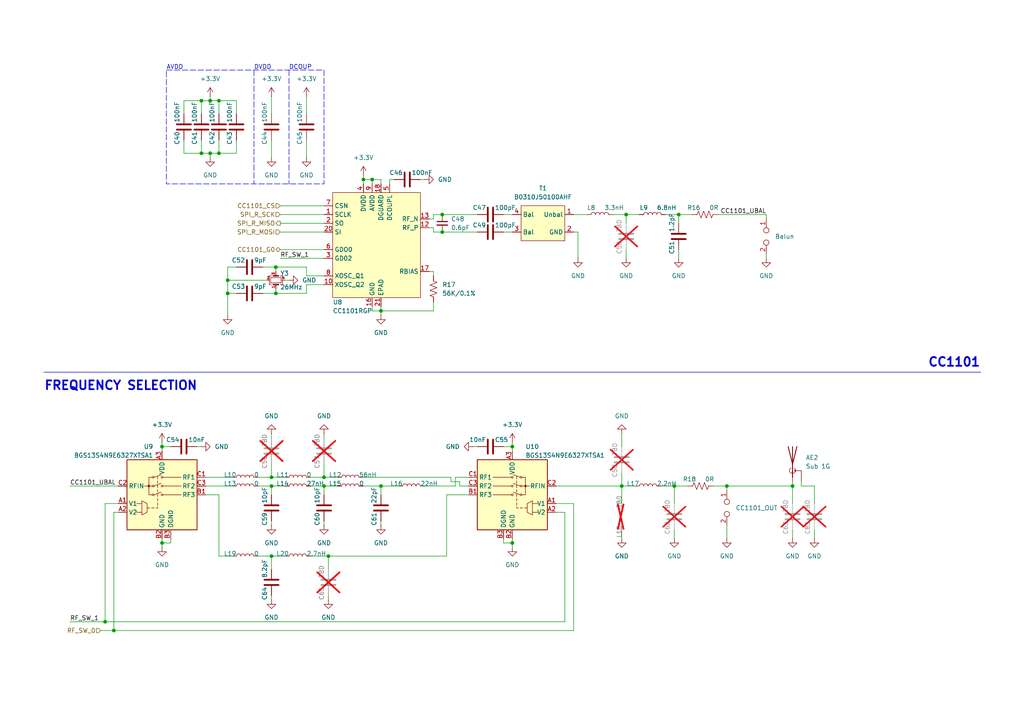
<source format=kicad_sch>
(kicad_sch (version 20231120) (generator "eeschema") (generator_version "8.0")
  (paper "A4")
  (lib_symbols
    (symbol "Connector:TestPoint_2Pole" (pin_names (offset 0.762) hide)
      (property "Reference" "TP" (at 0 1.524 0))
      (property "Value" "TestPoint_2Pole" (at 0 -1.778 0))
      (symbol "TestPoint_2Pole_0_1"
        (circle (center -1.778 0) (radius 0.762))
        (circle (center 1.778 0) (radius 0.762))
        (pin passive line (at -5.08 0 0) (length 2.54) (name "1") (number "1"))
        (pin passive line (at 5.08 0 180) (length 2.54) (name "2") (number "2"))
      )
    )
    (symbol "Device:Antenna_Shield" (pin_numbers hide) (pin_names (offset 1.016) hide)
      (property "Reference" "AE" (at -1.905 4.445 0))
      (property "Value" "Antenna_Shield" (at -1.905 2.54 0))
      (symbol "Antenna_Shield_0_1"
        (arc (start -0.508 -1.143) (mid -0.8429 -2.1194) (end 0 -2.667))
        (arc (start 0 -2.667) (mid 0.7989 -2.1052) (end 0.508 -1.143))
        (polyline (pts (xy 0 -2.54) (xy 0 0)))
        (polyline (pts (xy 0 5.08) (xy 0 -3.81)) (stroke (width 0.254)))
        (polyline (pts (xy 0.762 -1.905) (xy 2.54 -1.905)))
        (polyline (pts (xy 2.54 -2.54) (xy 2.54 -1.905)))
        (polyline (pts (xy 1.27 5.08) (xy 0 0) (xy -1.27 5.08)) (stroke (width 0.254)))
        (circle (center 0.762 -1.905) (radius 0.1778) (fill (type outline)))
      )
      (symbol "Antenna_Shield_1_1"
        (pin input line (at 0 -5.08 90) (length 2.54) (name "A") (number "1"))
        (pin input line (at 2.54 -5.08 90) (length 2.54) (name "Shield") (number "2"))
      )
    )
    (symbol "Device:C" (pin_numbers hide) (pin_names (offset 0.254))
      (property "Reference" "C" (at 0.635 2.54 0))
      (property "Value" "C" (at 0.635 -2.54 0))
      (symbol "C_0_1"
        (polyline (pts (xy -2.032 -0.762) (xy 2.032 -0.762)) (stroke (width 0.508)))
        (polyline (pts (xy -2.032 0.762) (xy 2.032 0.762)) (stroke (width 0.508)))
      )
      (symbol "C_1_1"
        (pin passive line (at 0 3.81 270) (length 2.794) (name "~") (number "1"))
        (pin passive line (at 0 -3.81 90) (length 2.794) (name "~") (number "2"))
      )
    )
    (symbol "Device:C_Small" (pin_numbers hide) (pin_names (offset 0.254) hide)
      (property "Reference" "C" (at 0.254 1.778 0))
      (property "Value" "C_Small" (at 0.254 -2.032 0))
      (symbol "C_Small_0_1"
        (polyline (pts (xy -1.524 -0.508) (xy 1.524 -0.508)) (stroke (width 0.3302)))
        (polyline (pts (xy -1.524 0.508) (xy 1.524 0.508)) (stroke (width 0.3048)))
      )
      (symbol "C_Small_1_1"
        (pin passive line (at 0 2.54 270) (length 2.032) (name "~") (number "1"))
        (pin passive line (at 0 -2.54 90) (length 2.032) (name "~") (number "2"))
      )
    )
    (symbol "Device:Crystal_GND24_Small" (pin_names (offset 1.016) hide)
      (property "Reference" "Y" (at 1.27 4.445 0))
      (property "Value" "Crystal_GND24_Small" (at 1.27 2.54 0))
      (symbol "Crystal_GND24_Small_0_1"
        (rectangle (start -0.762 -1.524) (end 0.762 1.524))
        (polyline (pts (xy -1.27 -0.762) (xy -1.27 0.762)) (stroke (width 0.381)))
        (polyline (pts (xy 1.27 -0.762) (xy 1.27 0.762)) (stroke (width 0.381)))
        (polyline (pts (xy -1.27 -1.27) (xy -1.27 -1.905) (xy 1.27 -1.905) (xy 1.27 -1.27)))
        (polyline (pts (xy -1.27 1.27) (xy -1.27 1.905) (xy 1.27 1.905) (xy 1.27 1.27)))
      )
      (symbol "Crystal_GND24_Small_1_1"
        (pin passive line (at -2.54 0 0) (length 1.27) (name "1") (number "1"))
        (pin passive line (at 0 -2.54 90) (length 0.635) (name "2") (number "2"))
        (pin passive line (at 2.54 0 180) (length 1.27) (name "3") (number "3"))
        (pin passive line (at 0 2.54 270) (length 0.635) (name "4") (number "4"))
      )
    )
    (symbol "Device:L" (pin_numbers hide) (pin_names (offset 1.016) hide)
      (property "Reference" "L" (at -1.27 0 90))
      (property "Value" "L" (at 1.905 0 90))
      (symbol "L_0_1"
        (arc (start 0 -2.54) (mid 0.6323 -1.905) (end 0 -1.27))
        (arc (start 0 -1.27) (mid 0.6323 -0.635) (end 0 0))
        (arc (start 0 0) (mid 0.6323 0.635) (end 0 1.27))
        (arc (start 0 1.27) (mid 0.6323 1.905) (end 0 2.54))
      )
      (symbol "L_1_1"
        (pin passive line (at 0 3.81 270) (length 1.27) (name "1") (number "1"))
        (pin passive line (at 0 -3.81 90) (length 1.27) (name "2") (number "2"))
      )
    )
    (symbol "Device:R_US" (pin_numbers hide) (pin_names (offset 0))
      (property "Reference" "R" (at 2.54 0 90))
      (property "Value" "R_US" (at -2.54 0 90))
      (symbol "R_US_0_1"
        (polyline (pts (xy 0 -2.286) (xy 0 -2.54)))
        (polyline (pts (xy 0 2.286) (xy 0 2.54)))
        (polyline (pts (xy 0 -0.762) (xy 1.016 -1.143) (xy 0 -1.524) (xy -1.016 -1.905) (xy 0 -2.286)))
        (polyline (pts (xy 0 0.762) (xy 1.016 0.381) (xy 0 0) (xy -1.016 -0.381) (xy 0 -0.762)))
        (polyline (pts (xy 0 2.286) (xy 1.016 1.905) (xy 0 1.524) (xy -1.016 1.143) (xy 0 0.762)))
      )
      (symbol "R_US_1_1"
        (pin passive line (at 0 3.81 270) (length 1.27) (name "~") (number "1"))
        (pin passive line (at 0 -3.81 90) (length 1.27) (name "~") (number "2"))
      )
    )
    (symbol "Library:B0310J50100AHF"
      (property "Reference" "T" (at 0 10.16 0))
      (property "Value" "B0310J50100AHF" (at 0 7.62 0))
      (symbol "B0310J50100AHF_1_1"
        (rectangle (start -6.35 5.08) (end 6.35 -5.08) (fill (type background)))
        (pin bidirectional line (at 8.89 2.54 180) (length 2.54) (name "Unbal") (number "1"))
        (pin bidirectional line (at 8.89 -2.54 180) (length 2.54) (name "GND") (number "2"))
        (pin bidirectional line (at -8.89 -2.54 0) (length 2.54) (name "Bal") (number "3"))
        (pin bidirectional line (at -8.89 2.54 0) (length 2.54) (name "Bal") (number "4"))
        (pin no_connect line (at 0 -7.62 90) (length 2.54) hide (name "NC") (number "5"))
        (pin no_connect line (at 0 -7.62 90) (length 2.54) hide (name "NC") (number "6"))
      )
    )
    (symbol "Library:BGS13S4N9E6327XTSA1"
      (property "Reference" "U" (at 12.7 15.24 0))
      (property "Value" "BGS13S4N9E6327XTSA1" (at 12.7 12.7 0))
      (symbol "BGS13S4N9E6327XTSA1_0_0"
        (rectangle (start -10.16 10.16) (end 10.16 -10.16) (stroke (width 0.254)) (fill (type background)))
        (circle (center -3.81 2.54) (radius 0.254) (fill (type outline)))
        (polyline (pts (xy -4.318 -3.81) (xy -3.556 -3.81)))
        (polyline (pts (xy -3.81 2.54) (xy -5.08 2.54)))
        (polyline (pts (xy -3.048 -3.81) (xy -2.286 -3.81)))
        (polyline (pts (xy -1.27 -3.048) (xy -1.27 -2.286)))
        (polyline (pts (xy -1.27 -1.778) (xy -1.27 -1.016)))
        (polyline (pts (xy -1.27 -0.508) (xy -1.27 0.254)))
        (polyline (pts (xy -1.27 1.524) (xy -1.27 0.762)))
        (polyline (pts (xy -1.27 2.794) (xy -1.27 2.032)))
        (polyline (pts (xy -1.27 4.064) (xy -1.27 3.302)))
        (polyline (pts (xy -1.27 5.334) (xy -1.27 4.572)))
        (polyline (pts (xy 0.254 0) (xy 5.588 0)))
        (polyline (pts (xy 0.254 2.54) (xy 5.588 2.54)))
        (polyline (pts (xy 0.254 5.08) (xy 5.588 5.08)))
        (polyline (pts (xy -2.794 0) (xy -3.81 0) (xy -3.81 5.08) (xy -2.794 5.08)))
      )
      (symbol "BGS13S4N9E6327XTSA1_0_1"
        (circle (center -2.54 0) (radius 0.254))
        (circle (center -2.54 2.54) (radius 0.254))
        (circle (center -2.54 5.08) (radius 0.254))
        (polyline (pts (xy -7.366 -5.08) (xy -5.842 -5.08)))
        (polyline (pts (xy -7.366 -2.54) (xy -5.842 -2.54)))
        (polyline (pts (xy -2.794 2.54) (xy -3.81 2.54)))
        (polyline (pts (xy -2.286 0) (xy -0.254 0.762)))
        (polyline (pts (xy -2.286 2.54) (xy -0.254 3.302)))
        (polyline (pts (xy -2.286 5.08) (xy -0.254 5.842)))
        (polyline (pts (xy -1.778 -3.81) (xy -1.27 -3.81)))
        (polyline (pts (xy -1.27 -3.81) (xy -1.27 -3.556)))
        (polyline (pts (xy -5.842 -1.778) (xy -5.842 -5.842) (xy -4.318 -5.08) (xy -4.318 -2.54) (xy -5.842 -1.778)))
        (circle (center 0 0) (radius 0.254))
        (circle (center 0 2.54) (radius 0.254))
        (circle (center 0 5.08) (radius 0.254))
      )
      (symbol "BGS13S4N9E6327XTSA1_1_1"
        (pin input line (at -12.7 -2.54 0) (length 2.54) (name "V1") (number "A1"))
        (pin input line (at -12.7 -5.08 0) (length 2.54) (name "V2") (number "A2"))
        (pin power_in line (at 0 12.7 270) (length 2.54) (name "VDD") (number "A3"))
        (pin passive line (at 12.7 0 180) (length 2.54) (name "RF3") (number "B1"))
        (pin power_in line (at 0 -12.7 90) (length 2.54) (name "GND") (number "B2"))
        (pin power_in line (at 2.54 -12.7 90) (length 2.54) (name "DGND") (number "B3"))
        (pin passive line (at 12.7 5.08 180) (length 2.54) (name "RF1") (number "C1"))
        (pin passive line (at -12.7 2.54 0) (length 2.54) (name "RFIN") (number "C2"))
        (pin passive line (at 12.7 2.54 180) (length 2.54) (name "RF2") (number "C3"))
      )
    )
    (symbol "Library:CC1101RGP"
      (property "Reference" "U" (at 11.43 19.05 0))
      (property "Value" "CC1101RGP" (at 11.43 16.51 0))
      (symbol "CC1101RGP_1_1"
        (rectangle (start -12.7 15.24) (end 12.7 -15.24) (fill (type background)))
        (pin input line (at -15.24 8.89 0) (length 2.54) (name "SCLK") (number "1"))
        (pin bidirectional line (at -15.24 -11.43 0) (length 2.54) (name "XOSC_Q2") (number "10"))
        (pin bidirectional line (at -1.27 17.78 270) (length 2.54) hide (name "AVDD") (number "11"))
        (pin bidirectional line (at 15.24 5.08 180) (length 2.54) (name "RF_P") (number "12"))
        (pin bidirectional line (at 15.24 7.62 180) (length 2.54) (name "RF_N") (number "13"))
        (pin bidirectional line (at -1.27 17.78 270) (length 2.54) hide (name "AVDD") (number "14"))
        (pin bidirectional line (at -1.27 17.78 270) (length 2.54) hide (name "AVDD") (number "15"))
        (pin bidirectional line (at -1.27 -17.78 90) (length 2.54) (name "GND") (number "16"))
        (pin bidirectional line (at 15.24 -7.62 180) (length 2.54) (name "RBIAS") (number "17"))
        (pin bidirectional line (at 1.27 17.78 270) (length 2.54) (name "DGUARD") (number "18"))
        (pin bidirectional line (at -1.27 -17.78 90) (length 2.54) hide (name "GND") (number "19"))
        (pin output line (at -15.24 6.35 0) (length 2.54) (name "SO") (number "2"))
        (pin bidirectional line (at -15.24 3.81 0) (length 2.54) (name "SI") (number "20"))
        (pin bidirectional line (at 1.27 -17.78 90) (length 2.54) (name "EPAD") (number "21"))
        (pin bidirectional line (at -15.24 -3.81 0) (length 2.54) (name "GD02") (number "3"))
        (pin bidirectional line (at -3.81 17.78 270) (length 2.54) (name "DVDD") (number "4"))
        (pin bidirectional line (at 3.81 17.78 270) (length 2.54) (name "DCOUPL") (number "5"))
        (pin bidirectional line (at -15.24 -1.27 0) (length 2.54) (name "GDO0") (number "6"))
        (pin bidirectional line (at -15.24 11.43 0) (length 2.54) (name "CSN") (number "7"))
        (pin bidirectional line (at -15.24 -8.89 0) (length 2.54) (name "XOSC_Q1") (number "8"))
        (pin bidirectional line (at -1.27 17.78 270) (length 2.54) (name "AVDD") (number "9"))
      )
    )
    (symbol "power:+3.3V" (power) (pin_numbers hide) (pin_names (offset 0) hide)
      (property "Value" "+3.3V" (at 0 3.556 0))
      (symbol "+3.3V_0_1"
        (polyline (pts (xy -0.762 1.27) (xy 0 2.54)))
        (polyline (pts (xy 0 0) (xy 0 2.54)))
        (polyline (pts (xy 0 2.54) (xy 0.762 1.27)))
      )
      (symbol "+3.3V_1_1"
        (pin power_in line (at 0 0 90) (length 0) (name "~") (number "1"))
      )
    )
    (symbol "power:GND" (power) (pin_numbers hide) (pin_names (offset 0) hide)
      (property "Value" "GND" (at 0 -3.81 0))
      (symbol "GND_0_1"
        (polyline (pts (xy 0 0) (xy 0 -1.27) (xy 1.27 -1.27) (xy 0 -2.54) (xy -1.27 -1.27) (xy 0 -1.27)))
      )
      (symbol "GND_1_1"
        (pin power_in line (at 0 0 270) (length 0) (name "~") (number "1"))
      )
    )
  )
  (junction (at 78.74 138.43))
  (junction (at 66.04 85.09))
  (junction (at 195.58 140.97))
  (junction (at 46.99 129.54))
  (junction (at 58.42 44.45))
  (junction (at 229.87 140.97))
  (junction (at 181.61 62.23))
  (junction (at 78.74 140.97))
  (junction (at 78.74 161.29))
  (junction (at 180.34 140.97))
  (junction (at 30.48 180.34))
  (junction (at 60.96 44.45))
  (junction (at 93.98 140.97))
  (junction (at 95.25 161.29))
  (junction (at 148.59 157.48))
  (junction (at 66.04 81.28))
  (junction (at 63.5 44.45))
  (junction (at 33.02 182.88))
  (junction (at 93.98 138.43))
  (junction (at 110.49 90.17))
  (junction (at 148.59 129.54))
  (junction (at 58.42 29.21))
  (junction (at 107.95 52.07))
  (junction (at 128.27 67.31))
  (junction (at 60.96 29.21))
  (junction (at 210.82 140.97))
  (junction (at 110.49 140.97))
  (junction (at 46.99 157.48))
  (junction (at 80.01 85.09))
  (junction (at 196.85 62.23))
  (junction (at 128.27 62.23))
  (junction (at 80.01 77.47))
  (junction (at 63.5 29.21))
  (junction (at 105.41 52.07))
  (wire (pts (xy 180.34 140.97) (xy 184.15 140.97)))
  (wire (pts (xy 93.98 134.62) (xy 93.98 138.43)))
  (wire (pts (xy 30.48 146.05) (xy 30.48 180.34)))
  (wire (pts (xy 148.59 156.21) (xy 148.59 157.48)))
  (wire (pts (xy 80.01 85.09) (xy 80.01 83.82)))
  (wire (pts (xy 107.95 90.17) (xy 110.49 90.17)))
  (wire (pts (xy 81.28 59.69) (xy 93.98 59.69)))
  (wire (pts (xy 125.73 87.63) (xy 125.73 90.17)))
  (wire (pts (xy 95.25 161.29) (xy 95.25 165.1)))
  (wire (pts (xy 93.98 138.43) (xy 97.79 138.43)))
  (wire (pts (xy 88.9 27.94) (xy 88.9 33.02)))
  (wire (pts (xy 81.28 74.93) (xy 93.98 74.93)))
  (wire (pts (xy 81.28 72.39) (xy 93.98 72.39)))
  (wire (pts (xy 105.41 50.8) (xy 105.41 52.07)))
  (wire (pts (xy 33.02 148.59) (xy 34.29 148.59)))
  (wire (pts (xy 107.95 52.07) (xy 105.41 52.07)))
  (wire (pts (xy 80.01 85.09) (xy 88.9 85.09)))
  (wire (pts (xy 128.27 62.23) (xy 138.43 62.23)))
  (wire (pts (xy 33.02 148.59) (xy 33.02 182.88)))
  (wire (pts (xy 163.83 180.34) (xy 30.48 180.34)))
  (wire (pts (xy 34.29 146.05) (xy 30.48 146.05)))
  (wire (pts (xy 78.74 140.97) (xy 82.55 140.97)))
  (wire (pts (xy 146.05 67.31) (xy 148.59 67.31)))
  (wire (pts (xy 148.59 128.27) (xy 148.59 129.54)))
  (wire (pts (xy 53.34 40.64) (xy 53.34 44.45)))
  (wire (pts (xy 208.28 62.23) (xy 222.25 62.23)))
  (wire (pts (xy 210.82 152.4) (xy 210.82 156.21)))
  (wire (pts (xy 78.74 40.64) (xy 78.74 45.72)))
  (wire (pts (xy 63.5 33.02) (xy 63.5 29.21)))
  (wire (pts (xy 110.49 52.07) (xy 110.49 53.34)))
  (wire (pts (xy 88.9 82.55) (xy 93.98 82.55)))
  (wire (pts (xy 81.28 67.31) (xy 93.98 67.31)))
  (wire (pts (xy 93.98 140.97) (xy 93.98 143.51)))
  (wire (pts (xy 166.37 67.31) (xy 167.64 67.31)))
  (wire (pts (xy 148.59 129.54) (xy 148.59 130.81)))
  (wire (pts (xy 133.35 139.7) (xy 133.35 140.97)))
  (wire (pts (xy 46.99 128.27) (xy 46.99 129.54)))
  (wire (pts (xy 59.69 138.43) (xy 67.31 138.43)))
  (wire (pts (xy 128.27 67.31) (xy 138.43 67.31)))
  (wire (pts (xy 105.41 52.07) (xy 105.41 53.34)))
  (wire (pts (xy 76.2 77.47) (xy 80.01 77.47)))
  (wire (pts (xy 46.99 129.54) (xy 46.99 130.81)))
  (wire (pts (xy 125.73 62.23) (xy 128.27 62.23)))
  (wire (pts (xy 132.08 138.43) (xy 135.89 138.43)))
  (wire (pts (xy 177.8 62.23) (xy 181.61 62.23)))
  (wire (pts (xy 196.85 62.23) (xy 196.85 64.77)))
  (wire (pts (xy 110.49 151.13) (xy 110.49 152.4)))
  (wire (pts (xy 77.47 81.28) (xy 66.04 81.28)))
  (wire (pts (xy 49.53 156.21) (xy 49.53 157.48)))
  (wire (pts (xy 49.53 157.48) (xy 46.99 157.48)))
  (wire (pts (xy 46.99 129.54) (xy 49.53 129.54)))
  (wire (pts (xy 181.61 62.23) (xy 185.42 62.23)))
  (wire (pts (xy 78.74 134.62) (xy 78.74 138.43)))
  (wire (pts (xy 58.42 29.21) (xy 58.42 33.02)))
  (wire (pts (xy 80.01 77.47) (xy 80.01 78.74)))
  (wire (pts (xy 138.43 129.54) (xy 137.16 129.54)))
  (wire (pts (xy 93.98 151.13) (xy 93.98 152.4)))
  (wire (pts (xy 110.49 90.17) (xy 110.49 88.9)))
  (wire (pts (xy 88.9 40.64) (xy 88.9 45.72)))
  (wire (pts (xy 161.29 148.59) (xy 163.83 148.59)))
  (wire (pts (xy 60.96 27.94) (xy 60.96 29.21)))
  (wire (pts (xy 180.34 125.73) (xy 180.34 129.54)))
  (wire (pts (xy 59.69 140.97) (xy 67.31 140.97)))
  (wire (pts (xy 58.42 44.45) (xy 58.42 40.64)))
  (wire (pts (xy 146.05 157.48) (xy 148.59 157.48)))
  (wire (pts (xy 130.81 139.7) (xy 130.81 138.43)))
  (wire (pts (xy 82.55 81.28) (xy 83.82 81.28)))
  (wire (pts (xy 90.17 140.97) (xy 93.98 140.97)))
  (wire (pts (xy 110.49 90.17) (xy 110.49 91.44)))
  (wire (pts (xy 232.41 140.97) (xy 236.22 140.97)))
  (wire (pts (xy 146.05 156.21) (xy 146.05 157.48)))
  (wire (pts (xy 63.5 161.29) (xy 67.31 161.29)))
  (wire (pts (xy 107.95 88.9) (xy 107.95 90.17)))
  (polyline (pts (xy 83.82 20.32) (xy 83.82 53.34)) (stroke (width 0) (type dash)))
  (wire (pts (xy 90.17 161.29) (xy 95.25 161.29)))
  (wire (pts (xy 222.25 74.93) (xy 222.25 73.66)))
  (wire (pts (xy 229.87 153.67) (xy 229.87 156.21)))
  (wire (pts (xy 146.05 62.23) (xy 148.59 62.23)))
  (wire (pts (xy 63.5 44.45) (xy 60.96 44.45)))
  (wire (pts (xy 63.5 44.45) (xy 68.58 44.45)))
  (wire (pts (xy 130.81 138.43) (xy 105.41 138.43)))
  (wire (pts (xy 78.74 161.29) (xy 78.74 165.1)))
  (wire (pts (xy 20.32 180.34) (xy 30.48 180.34)))
  (wire (pts (xy 123.19 140.97) (xy 132.08 140.97)))
  (wire (pts (xy 181.61 64.77) (xy 181.61 62.23)))
  (wire (pts (xy 229.87 146.05) (xy 229.87 140.97)))
  (wire (pts (xy 90.17 138.43) (xy 93.98 138.43)))
  (wire (pts (xy 60.96 29.21) (xy 58.42 29.21)))
  (wire (pts (xy 74.93 138.43) (xy 78.74 138.43)))
  (wire (pts (xy 125.73 63.5) (xy 124.46 63.5)))
  (wire (pts (xy 210.82 142.24) (xy 210.82 140.97)))
  (wire (pts (xy 124.46 78.74) (xy 125.73 78.74)))
  (wire (pts (xy 60.96 44.45) (xy 60.96 45.72)))
  (wire (pts (xy 129.54 161.29) (xy 129.54 143.51)))
  (wire (pts (xy 193.04 62.23) (xy 196.85 62.23)))
  (wire (pts (xy 74.93 161.29) (xy 78.74 161.29)))
  (wire (pts (xy 107.95 52.07) (xy 107.95 53.34)))
  (wire (pts (xy 95.25 161.29) (xy 129.54 161.29)))
  (wire (pts (xy 148.59 157.48) (xy 148.59 158.75)))
  (wire (pts (xy 133.35 140.97) (xy 135.89 140.97)))
  (wire (pts (xy 236.22 153.67) (xy 236.22 156.21)))
  (wire (pts (xy 46.99 157.48) (xy 46.99 158.75)))
  (wire (pts (xy 125.73 66.04) (xy 125.73 67.31)))
  (wire (pts (xy 59.69 143.51) (xy 63.5 143.51)))
  (wire (pts (xy 57.15 129.54) (xy 58.42 129.54)))
  (wire (pts (xy 78.74 172.72) (xy 78.74 173.99)))
  (wire (pts (xy 210.82 140.97) (xy 229.87 140.97)))
  (wire (pts (xy 93.98 140.97) (xy 97.79 140.97)))
  (wire (pts (xy 125.73 67.31) (xy 128.27 67.31)))
  (wire (pts (xy 63.5 29.21) (xy 68.58 29.21)))
  (wire (pts (xy 105.41 140.97) (xy 110.49 140.97)))
  (wire (pts (xy 66.04 77.47) (xy 66.04 81.28)))
  (wire (pts (xy 114.3 52.07) (xy 113.03 52.07)))
  (wire (pts (xy 66.04 91.44) (xy 66.04 85.09)))
  (wire (pts (xy 88.9 80.01) (xy 93.98 80.01)))
  (wire (pts (xy 33.02 182.88) (xy 166.37 182.88)))
  (wire (pts (xy 78.74 125.73) (xy 78.74 127)))
  (wire (pts (xy 129.54 143.51) (xy 135.89 143.51)))
  (wire (pts (xy 78.74 140.97) (xy 78.74 143.51)))
  (wire (pts (xy 125.73 78.74) (xy 125.73 80.01)))
  (wire (pts (xy 180.34 140.97) (xy 180.34 146.05)))
  (wire (pts (xy 81.28 64.77) (xy 93.98 64.77)))
  (wire (pts (xy 236.22 140.97) (xy 236.22 146.05)))
  (wire (pts (xy 110.49 140.97) (xy 110.49 143.51)))
  (wire (pts (xy 78.74 138.43) (xy 82.55 138.43)))
  (wire (pts (xy 195.58 153.67) (xy 195.58 156.21)))
  (wire (pts (xy 53.34 33.02) (xy 53.34 29.21)))
  (wire (pts (xy 166.37 146.05) (xy 166.37 182.88)))
  (polyline (pts (xy 12.7 107.95) (xy 284.48 107.95)))
  (wire (pts (xy 68.58 33.02) (xy 68.58 29.21)))
  (wire (pts (xy 58.42 44.45) (xy 53.34 44.45)))
  (wire (pts (xy 66.04 81.28) (xy 66.04 85.09)))
  (wire (pts (xy 232.41 139.7) (xy 232.41 140.97)))
  (wire (pts (xy 166.37 62.23) (xy 170.18 62.23)))
  (wire (pts (xy 78.74 151.13) (xy 78.74 152.4)))
  (wire (pts (xy 29.21 182.88) (xy 33.02 182.88)))
  (wire (pts (xy 110.49 140.97) (xy 115.57 140.97)))
  (wire (pts (xy 78.74 27.94) (xy 78.74 33.02)))
  (wire (pts (xy 88.9 85.09) (xy 88.9 82.55)))
  (wire (pts (xy 63.5 40.64) (xy 63.5 44.45)))
  (wire (pts (xy 180.34 137.16) (xy 180.34 140.97)))
  (wire (pts (xy 81.28 62.23) (xy 93.98 62.23)))
  (wire (pts (xy 132.08 140.97) (xy 132.08 138.43)))
  (wire (pts (xy 181.61 72.39) (xy 181.61 74.93)))
  (wire (pts (xy 161.29 146.05) (xy 166.37 146.05)))
  (wire (pts (xy 93.98 125.73) (xy 93.98 127)))
  (polyline (pts (xy 73.66 20.32) (xy 73.66 53.34)) (stroke (width 0) (type dash)))
  (wire (pts (xy 207.01 140.97) (xy 210.82 140.97)))
  (wire (pts (xy 196.85 72.39) (xy 196.85 74.93)))
  (wire (pts (xy 63.5 143.51) (xy 63.5 161.29)))
  (wire (pts (xy 133.35 139.7) (xy 130.81 139.7)))
  (wire (pts (xy 121.92 52.07) (xy 123.19 52.07)))
  (wire (pts (xy 163.83 148.59) (xy 163.83 180.34)))
  (wire (pts (xy 76.2 85.09) (xy 80.01 85.09)))
  (wire (pts (xy 58.42 29.21) (xy 53.34 29.21)))
  (wire (pts (xy 113.03 52.07) (xy 113.03 53.34)))
  (wire (pts (xy 167.64 67.31) (xy 167.64 74.93)))
  (wire (pts (xy 125.73 90.17) (xy 110.49 90.17)))
  (wire (pts (xy 80.01 77.47) (xy 88.9 77.47)))
  (wire (pts (xy 74.93 140.97) (xy 78.74 140.97)))
  (wire (pts (xy 161.29 140.97) (xy 180.34 140.97)))
  (wire (pts (xy 68.58 77.47) (xy 66.04 77.47)))
  (wire (pts (xy 63.5 29.21) (xy 60.96 29.21)))
  (wire (pts (xy 195.58 140.97) (xy 199.39 140.97)))
  (wire (pts (xy 88.9 77.47) (xy 88.9 80.01)))
  (wire (pts (xy 191.77 140.97) (xy 195.58 140.97)))
  (wire (pts (xy 229.87 139.7) (xy 229.87 140.97)))
  (wire (pts (xy 196.85 62.23) (xy 200.66 62.23)))
  (wire (pts (xy 78.74 161.29) (xy 82.55 161.29)))
  (wire (pts (xy 66.04 85.09) (xy 68.58 85.09)))
  (wire (pts (xy 195.58 140.97) (xy 195.58 146.05)))
  (wire (pts (xy 148.59 129.54) (xy 146.05 129.54)))
  (wire (pts (xy 68.58 40.64) (xy 68.58 44.45)))
  (wire (pts (xy 60.96 44.45) (xy 58.42 44.45)))
  (wire (pts (xy 222.25 62.23) (xy 222.25 63.5)))
  (wire (pts (xy 46.99 156.21) (xy 46.99 157.48)))
  (wire (pts (xy 125.73 63.5) (xy 125.73 62.23)))
  (wire (pts (xy 180.34 153.67) (xy 180.34 156.21)))
  (wire (pts (xy 110.49 52.07) (xy 107.95 52.07)))
  (wire (pts (xy 20.32 140.97) (xy 34.29 140.97)))
  (wire (pts (xy 125.73 66.04) (xy 124.46 66.04)))
  (wire (pts (xy 95.25 172.72) (xy 95.25 173.99)))
  (rectangle (start 48.26 20.32) (end 93.98 53.34) (stroke (width 0) (type dash)))
  (text "FREQUENCY SELECTION" (exclude_from_sim yes) (at 12.7 110.49 0) (effects (font (size 2.54 2.54) (thickness 0.508) (bold yes)) (justify left top)))
  (text "AVDD" (at 48.26 20.32 0) (effects (font (size 1.27 1.27)) (justify left bottom)))
  (text "CC1101\n" (exclude_from_sim yes) (at 284.48 106.68 0) (effects (font (size 2.54 2.54) (thickness 0.508) (bold yes)) (justify right bottom)))
  (text "DCOUP" (at 83.82 20.32 0) (effects (font (size 1.27 1.27)) (justify left bottom)))
  (text "DVDD" (at 73.66 20.32 0) (effects (font (size 1.27 1.27)) (justify left bottom)))
  (label "RF_SW_1" (at 81.28 74.93 0))
  (label "CC1101_UBAL" (at 222.25 62.23 180))
  (label "RF_SW_1" (at 20.32 180.34 0))
  (label "CC1101_UBAL" (at 20.32 140.97 0))
  (hierarchical_label "SPI_R_SCK" (shape input) (at 81.28 62.23 180))
  (hierarchical_label "SPI_R_MOSI" (shape input) (at 81.28 67.31 180))
  (hierarchical_label "CC1101_CS" (shape input) (at 81.28 59.69 180))
  (hierarchical_label "SPI_R_MISO" (shape output) (at 81.28 64.77 180))
  (hierarchical_label "CC1101_G0" (shape bidirectional) (at 81.28 72.39 180))
  (hierarchical_label "RF_SW_0" (shape input) (at 29.21 182.88 180))
  (symbol (lib_id "power:GND") (at 236.22 156.21 0) (mirror y) (unit 1)
    (property "Reference" "#PWR014" (effects (hide yes)))
    (property "Value" "GND" (at 236.22 161.29 0))
    (property "Description" "Power symbol creates a global label with name \"GND\" , ground" (effects (hide yes)))
  )
  (symbol (lib_id "Device:C") (at 142.24 67.31 90) (unit 1)
    (property "Reference" "C49" (at 140.97 66.04 90) (effects (justify left top)))
    (property "Value" "100pF" (at 143.51 66.04 90) (effects (justify right top)))
    (property "Footprint" "Capacitor_SMD:C_0201_0603Metric" (effects (hide yes)))
    (property "Description" "Unpolarized capacitor" (effects (hide yes)))
  )
  (symbol (lib_id "Device:C") (at 53.34 36.83 180) (unit 1)
    (property "Reference" "C40" (at 52.07 38.1 90) (effects (justify left top)))
    (property "Value" "100nF" (at 52.07 35.56 90) (effects (justify right top)))
    (property "Footprint" "Capacitor_SMD:C_0402_1005Metric" (effects (hide yes)))
    (property "Description" "Unpolarized capacitor" (effects (hide yes)))
  )
  (symbol (lib_id "power:+3.3V") (at 78.74 27.94 0) (unit 1)
    (property "Reference" "#PWR070" (effects (hide yes)))
    (property "Value" "+3.3V" (at 78.74 22.86 0))
    (property "Description" "Power symbol creates a global label with name \"+3.3V\"" (effects (hide yes)))
  )
  (symbol (lib_id "Device:C") (at 68.58 36.83 180) (unit 1)
    (property "Reference" "C43" (at 67.31 38.1 90) (effects (justify left top)))
    (property "Value" "100nF" (at 67.31 35.56 90) (effects (justify right top)))
    (property "Footprint" "Capacitor_SMD:C_0402_1005Metric" (effects (hide yes)))
    (property "Description" "Unpolarized capacitor" (effects (hide yes)))
  )
  (symbol (lib_id "Library:CC1101RGP") (at 109.22 71.12 0) (unit 1)
    (property "Reference" "U8" (at 96.52 87.63 0) (effects (justify left)))
    (property "Value" "CC1101RGP" (at 96.52 90.17 0) (effects (justify left)))
    (property "Footprint" "Package_DFN_QFN:Texas_RGP0020H_VQFN-20-1EP_4x4mm_P0.5mm_EP2.4x2.4mm" (effects (hide yes)))
    (property "Datasheet" "https://www.ti.com/lit/ds/symlink/cc1101.pdf" (effects (hide yes)))
  )
  (symbol (lib_id "Library:BGS13S4N9E6327XTSA1") (at 148.59 143.51 0) (mirror y) (unit 1)
    (property "Reference" "U10" (at 152.4 129.54 0) (effects (justify right)))
    (property "Value" "BGS13S4N9E6327XTSA1" (at 152.4 132.08 0) (effects (justify right)))
    (property "Footprint" "Library:BGA-9_3x3_1.2x1.2mm" (effects (hide yes)))
    (property "Datasheet" "https://www.infineon.com/dgdl/Infineon-BGS13S4N9-DS-v01_00-EN.pdf" (effects (hide yes)))
  )
  (symbol (lib_id "Device:C") (at 78.74 36.83 180) (unit 1)
    (property "Reference" "C44" (at 77.47 38.1 90) (effects (justify left top)))
    (property "Value" "100nF" (at 77.47 35.56 90) (effects (justify right top)))
    (property "Footprint" "Capacitor_SMD:C_0402_1005Metric" (effects (hide yes)))
    (property "Description" "Unpolarized capacitor" (effects (hide yes)))
  )
  (symbol (lib_id "Device:R_US") (at 204.47 62.23 90) (unit 1)
    (property "Reference" "R16" (at 203.2 60.96 90) (effects (justify left top)))
    (property "Value" "0R" (at 205.74 60.96 90) (effects (justify right top)))
    (property "Footprint" "Resistor_SMD:R_0201_0603Metric" (effects (hide yes)))
    (property "Description" "Resistor, US symbol" (effects (hide yes)))
  )
  (symbol (lib_id "power:+3.3V") (at 88.9 27.94 0) (unit 1)
    (property "Reference" "#PWR071" (effects (hide yes)))
    (property "Value" "+3.3V" (at 88.9 22.86 0))
    (property "Description" "Power symbol creates a global label with name \"+3.3V\"" (effects (hide yes)))
  )
  (symbol (lib_id "power:GND") (at 123.19 52.07 90) (unit 1)
    (property "Reference" "#PWR076" (effects (hide yes)))
    (property "Value" "GND" (at 127 52.0699 90) (effects (justify right)))
    (property "Description" "Power symbol creates a global label with name \"GND\" , ground" (effects (hide yes)))
  )
  (symbol (lib_id "power:GND") (at 78.74 45.72 0) (unit 1)
    (property "Reference" "#PWR073" (effects (hide yes)))
    (property "Value" "GND" (at 78.74 50.8 0))
    (property "Description" "Power symbol creates a global label with name \"GND\" , ground" (effects (hide yes)))
  )
  (symbol (lib_id "Device:L") (at 71.12 138.43 90) (unit 1)
    (property "Reference" "L10" (at 68.58 138.43 90) (effects (justify left top)))
    (property "Value" "0" (at 73.66 138.43 90) (effects (justify right top)))
    (property "Footprint" "Inductor_SMD:L_0201_0603Metric" (effects (hide yes)))
    (property "Description" "Inductor" (effects (hide yes)))
  )
  (symbol (lib_id "Device:L") (at 86.36 161.29 90) (unit 1)
    (property "Reference" "L20" (at 83.82 161.29 90) (effects (justify left top)))
    (property "Value" "2.7nH" (at 88.9 161.29 90) (effects (justify right top)))
    (property "Footprint" "Inductor_SMD:L_0201_0603Metric" (effects (hide yes)))
    (property "Description" "Inductor" (effects (hide yes)))
  )
  (symbol (lib_id "Device:C") (at 110.49 147.32 180) (unit 1)
    (property "Reference" "C61" (at 109.22 148.59 90) (effects (justify left top)))
    (property "Value" "22pF" (at 109.22 146.05 90) (effects (justify right top)))
    (property "Footprint" "Capacitor_SMD:C_0201_0603Metric" (effects (hide yes)))
    (property "Description" "Unpolarized capacitor" (effects (hide yes)))
  )
  (symbol (lib_id "Connector:TestPoint_2Pole") (at 210.82 147.32 90) (mirror x) (unit 1)
    (property "Reference" "TP33" (effects (hide yes)))
    (property "Value" "CC1101_OUT" (at 213.36 147.3201 90) (effects (justify right)))
    (property "Footprint" "Library:TP_DP" (effects (hide yes)))
    (property "Description" "2-polar test point" (effects (hide yes)))
  )
  (symbol (lib_id "power:GND") (at 46.99 158.75 0) (unit 1)
    (property "Reference" "#PWR098" (effects (hide yes)))
    (property "Value" "GND" (at 46.99 163.83 0))
    (property "Description" "Power symbol creates a global label with name \"GND\" , ground" (effects (hide yes)))
  )
  (symbol (lib_id "Device:C") (at 142.24 129.54 270) (mirror x) (unit 1)
    (property "Reference" "C55" (at 143.51 128.27 90) (effects (justify left top)))
    (property "Value" "10nF" (at 140.97 128.27 90) (effects (justify right top)))
    (property "Footprint" "Capacitor_SMD:C_0402_1005Metric" (effects (hide yes)))
    (property "Description" "Unpolarized capacitor" (effects (hide yes)))
  )
  (symbol (lib_id "Device:R_US") (at 125.73 83.82 0) (unit 1)
    (property "Reference" "R17" (at 128.27 82.5499 0) (effects (justify left)))
    (property "Value" "56K/0.1%" (at 128.27 85.0899 0) (effects (justify left)))
    (property "Footprint" "Resistor_SMD:R_0402_1005Metric" (effects (hide yes)))
    (property "Description" "Resistor, US symbol" (effects (hide yes)))
  )
  (symbol (lib_id "power:GND") (at 78.74 125.73 180) (unit 1)
    (property "Reference" "#PWR084" (effects (hide yes)))
    (property "Value" "GND" (at 78.74 120.65 0))
    (property "Description" "Power symbol creates a global label with name \"GND\" , ground" (effects (hide yes)))
  )
  (symbol (lib_id "power:GND") (at 93.98 125.73 180) (unit 1)
    (property "Reference" "#PWR085" (effects (hide yes)))
    (property "Value" "GND" (at 93.98 120.65 0))
    (property "Description" "Power symbol creates a global label with name \"GND\" , ground" (effects (hide yes)))
  )
  (symbol (lib_id "power:GND") (at 60.96 45.72 0) (unit 1)
    (property "Reference" "#PWR072" (effects (hide yes)))
    (property "Value" "GND" (at 60.96 50.8 0))
    (property "Description" "Power symbol creates a global label with name \"GND\" , ground" (effects (hide yes)))
  )
  (symbol (lib_id "Device:C") (at 72.39 77.47 90) (unit 1)
    (property "Reference" "C52" (at 71.12 76.2 90) (effects (justify left top)))
    (property "Value" "9pF" (at 73.66 76.2 90) (effects (justify right top)))
    (property "Footprint" "Capacitor_SMD:C_0402_1005Metric" (effects (hide yes)))
    (property "Description" "Unpolarized capacitor" (effects (hide yes)))
  )
  (symbol (lib_id "Device:L") (at 71.12 161.29 90) (unit 1)
    (property "Reference" "L19" (at 68.58 161.29 90) (effects (justify left top)))
    (property "Value" "0" (at 73.66 161.29 90) (effects (justify right top)))
    (property "Footprint" "Inductor_SMD:L_0201_0603Metric" (effects (hide yes)))
    (property "Description" "Inductor" (effects (hide yes)))
  )
  (symbol (lib_id "Device:R_US") (at 203.2 140.97 90) (unit 1)
    (property "Reference" "R18" (at 201.93 139.7 90) (effects (justify left top)))
    (property "Value" "0R" (at 204.47 139.7 90) (effects (justify right top)))
    (property "Footprint" "Resistor_SMD:R_0402_1005Metric" (effects (hide yes)))
    (property "Description" "Resistor, US symbol" (effects (hide yes)))
  )
  (symbol (lib_id "power:GND") (at 167.64 74.93 0) (unit 1)
    (property "Reference" "#PWR077" (effects (hide yes)))
    (property "Value" "GND" (at 167.64 80.01 0))
    (property "Description" "Power symbol creates a global label with name \"GND\" , ground" (effects (hide yes)))
  )
  (symbol (lib_id "Connector:TestPoint_2Pole") (at 222.25 68.58 90) (mirror x) (unit 1)
    (property "Reference" "TP32" (effects (hide yes)))
    (property "Value" "Balun" (at 224.79 68.5801 90) (effects (justify right)))
    (property "Footprint" "Library:TP_DP" (effects (hide yes)))
    (property "Description" "2-polar test point" (effects (hide yes)))
  )
  (symbol (lib_id "power:GND") (at 110.49 91.44 0) (unit 1)
    (property "Reference" "#PWR083" (effects (hide yes)))
    (property "Value" "GND" (at 110.49 96.52 0))
    (property "Description" "Power symbol creates a global label with name \"GND\" , ground" (effects (hide yes)))
  )
  (symbol (lib_id "power:+3.3V") (at 105.41 50.8 0) (unit 1)
    (property "Reference" "#PWR075" (effects (hide yes)))
    (property "Value" "+3.3V" (at 105.41 45.72 0))
    (property "Description" "Power symbol creates a global label with name \"+3.3V\"" (effects (hide yes)))
  )
  (symbol (lib_id "Device:C") (at 63.5 36.83 180) (unit 1)
    (property "Reference" "C42" (at 62.23 38.1 90) (effects (justify left top)))
    (property "Value" "100nF" (at 62.23 35.56 90) (effects (justify right top)))
    (property "Footprint" "Capacitor_SMD:C_0402_1005Metric" (effects (hide yes)))
    (property "Description" "Unpolarized capacitor" (effects (hide yes)))
  )
  (symbol (lib_id "Device:C") (at 118.11 52.07 90) (unit 1)
    (property "Reference" "C46" (at 116.84 50.8 90) (effects (justify left top)))
    (property "Value" "100nF" (at 119.38 50.8 90) (effects (justify right top)))
    (property "Footprint" "Capacitor_SMD:C_0402_1005Metric" (effects (hide yes)))
    (property "Description" "Unpolarized capacitor" (effects (hide yes)))
  )
  (symbol (lib_id "Device:L") (at 101.6 138.43 90) (unit 1)
    (property "Reference" "L12" (at 99.06 138.43 90) (effects (justify left top)))
    (property "Value" "56nH" (at 104.14 138.43 90) (effects (justify right top)))
    (property "Footprint" "Inductor_SMD:L_0201_0603Metric" (effects (hide yes)))
    (property "Description" "Inductor" (effects (hide yes)))
  )
  (symbol (lib_id "Device:L") (at 119.38 140.97 90) (unit 1)
    (property "Reference" "L16" (at 116.84 140.97 90) (effects (justify left top)))
    (property "Value" "22nH" (at 121.92 140.97 90) (effects (justify right top)))
    (property "Footprint" "Inductor_SMD:L_0201_0603Metric" (effects (hide yes)))
    (property "Description" "Inductor" (effects (hide yes)))
  )
  (symbol (lib_id "Device:C") (at 93.98 147.32 180) (unit 1)
    (property "Reference" "C60" (at 92.71 148.59 90) (effects (justify left top)))
    (property "Value" "10pF" (at 92.71 146.05 90) (effects (justify right top)))
    (property "Footprint" "Capacitor_SMD:C_0201_0603Metric" (effects (hide yes)))
    (property "Description" "Unpolarized capacitor" (effects (hide yes)))
  )
  (symbol (lib_id "Device:C") (at 142.24 62.23 90) (unit 1)
    (property "Reference" "C47" (at 140.97 60.96 90) (effects (justify left top)))
    (property "Value" "100pF" (at 143.51 60.96 90) (effects (justify right top)))
    (property "Footprint" "Capacitor_SMD:C_0201_0603Metric" (effects (hide yes)))
    (property "Description" "Unpolarized capacitor" (effects (hide yes)))
  )
  (symbol (lib_id "power:GND") (at 66.04 91.44 0) (unit 1)
    (property "Reference" "#PWR082" (effects (hide yes)))
    (property "Value" "GND" (at 66.04 96.52 0))
    (property "Description" "Power symbol creates a global label with name \"GND\" , ground" (effects (hide yes)))
  )
  (symbol (lib_id "Device:L") (at 86.36 140.97 90) (unit 1)
    (property "Reference" "L14" (at 83.82 140.97 90) (effects (justify left top)))
    (property "Value" "27nH" (at 88.9 140.97 90) (effects (justify right top)))
    (property "Footprint" "Inductor_SMD:L_0201_0603Metric" (effects (hide yes)))
    (property "Description" "Inductor" (effects (hide yes)))
  )
  (symbol (lib_id "Device:Antenna_Shield") (at 229.87 134.62 0) (unit 1)
    (property "Reference" "AE2" (at 233.68 132.7149 0) (effects (justify left)))
    (property "Value" "Sub 1G" (at 233.68 135.2549 0) (effects (justify left)))
    (property "Footprint" "Library:ANT_SUB1G" (effects (hide yes)))
    (property "Description" "Antenna with extra pin for shielding" (effects (hide yes)))
  )
  (symbol (lib_id "Device:L") (at 173.99 62.23 90) (unit 1)
    (property "Reference" "L8" (at 172.72 60.96 90) (effects (justify left top)))
    (property "Value" "3.3nH" (at 175.26 60.96 90) (effects (justify right top)))
    (property "Footprint" "Inductor_SMD:L_0201_0603Metric" (effects (hide yes)))
    (property "Description" "Inductor" (effects (hide yes)))
  )
  (symbol (lib_id "Device:L") (at 180.34 149.86 180) (unit 1) (dnp yes)
    (property "Reference" "L18" (at 180.34 152.4 90) (effects (justify left top)))
    (property "Value" "TBD" (at 180.34 147.32 90) (effects (justify right top)))
    (property "Footprint" "Inductor_SMD:L_0402_1005Metric" (effects (hide yes)))
    (property "Description" "Inductor" (effects (hide yes)))
  )
  (symbol (lib_id "power:GND") (at 78.74 152.4 0) (unit 1)
    (property "Reference" "#PWR091" (effects (hide yes)))
    (property "Value" "GND" (at 78.74 157.48 0))
    (property "Description" "Power symbol creates a global label with name \"GND\" , ground" (effects (hide yes)))
  )
  (symbol (lib_id "Device:C") (at 93.98 130.81 180) (unit 1) (dnp yes)
    (property "Reference" "C57" (at 92.71 132.08 90) (effects (justify left top)))
    (property "Value" "TBD" (at 92.71 129.54 90) (effects (justify right top)))
    (property "Footprint" "Capacitor_SMD:C_0201_0603Metric" (effects (hide yes)))
    (property "Description" "Unpolarized capacitor" (effects (hide yes)))
  )
  (symbol (lib_id "Library:B0310J50100AHF") (at 157.48 64.77 0) (unit 1)
    (property "Reference" "T1" (at 157.48 54.61 0))
    (property "Value" "B0310J50100AHF" (at 157.48 57.15 0))
    (property "Footprint" "Library:B0310J50100AHF" (effects (hide yes)))
    (property "Datasheet" "https://cdn.ttm.com/repository/products/wireless-xinger/balun-transformers/B0310J50100AHF/B0310J50100AHF.pdf" (effects (hide yes)))
  )
  (symbol (lib_id "Device:L") (at 71.12 140.97 90) (unit 1)
    (property "Reference" "L13" (at 68.58 140.97 90) (effects (justify left top)))
    (property "Value" "0" (at 73.66 140.97 90) (effects (justify right top)))
    (property "Footprint" "Inductor_SMD:L_0201_0603Metric" (effects (hide yes)))
    (property "Description" "Inductor" (effects (hide yes)))
  )
  (symbol (lib_id "power:GND") (at 93.98 152.4 0) (unit 1)
    (property "Reference" "#PWR092" (effects (hide yes)))
    (property "Value" "GND" (at 93.98 157.48 0))
    (property "Description" "Power symbol creates a global label with name \"GND\" , ground" (effects (hide yes)))
  )
  (symbol (lib_id "power:GND") (at 58.42 129.54 90) (unit 1)
    (property "Reference" "#PWR089" (effects (hide yes)))
    (property "Value" "GND" (at 62.23 129.5399 90) (effects (justify right)))
    (property "Description" "Power symbol creates a global label with name \"GND\" , ground" (effects (hide yes)))
  )
  (symbol (lib_id "Device:C") (at 88.9 36.83 180) (unit 1)
    (property "Reference" "C45" (at 87.63 38.1 90) (effects (justify left top)))
    (property "Value" "100nF" (at 87.63 35.56 90) (effects (justify right top)))
    (property "Footprint" "Capacitor_SMD:C_0402_1005Metric" (effects (hide yes)))
    (property "Description" "Unpolarized capacitor" (effects (hide yes)))
  )
  (symbol (lib_id "power:GND") (at 110.49 152.4 0) (unit 1)
    (property "Reference" "#PWR093" (effects (hide yes)))
    (property "Value" "GND" (at 110.49 157.48 0))
    (property "Description" "Power symbol creates a global label with name \"GND\" , ground" (effects (hide yes)))
  )
  (symbol (lib_id "Device:L") (at 86.36 138.43 90) (unit 1)
    (property "Reference" "L11" (at 83.82 138.43 90) (effects (justify left top)))
    (property "Value" "0" (at 88.9 138.43 90) (effects (justify right top)))
    (property "Footprint" "Inductor_SMD:L_0201_0603Metric" (effects (hide yes)))
    (property "Description" "Inductor" (effects (hide yes)))
  )
  (symbol (lib_id "power:GND") (at 181.61 74.93 0) (unit 1)
    (property "Reference" "#PWR078" (effects (hide yes)))
    (property "Value" "GND" (at 181.61 80.01 0))
    (property "Description" "Power symbol creates a global label with name \"GND\" , ground" (effects (hide yes)))
  )
  (symbol (lib_id "power:GND") (at 95.25 173.99 0) (unit 1)
    (property "Reference" "#PWR0101" (effects (hide yes)))
    (property "Value" "GND" (at 95.25 179.07 0))
    (property "Description" "Power symbol creates a global label with name \"GND\" , ground" (effects (hide yes)))
  )
  (symbol (lib_id "power:GND") (at 137.16 129.54 270) (mirror x) (unit 1)
    (property "Reference" "#PWR090" (effects (hide yes)))
    (property "Value" "GND" (at 133.35 129.5399 90) (effects (justify right)))
    (property "Description" "Power symbol creates a global label with name \"GND\" , ground" (effects (hide yes)))
  )
  (symbol (lib_id "Device:C") (at 236.22 149.86 180) (unit 1) (dnp yes)
    (property "Reference" "C83" (at 234.95 151.13 90) (effects (justify left top)))
    (property "Value" "TBD" (at 234.95 148.59 90) (effects (justify right top)))
    (property "Footprint" "Capacitor_SMD:C_0402_1005Metric" (effects (hide yes)))
    (property "Description" "Unpolarized capacitor" (effects (hide yes)))
  )
  (symbol (lib_id "power:GND") (at 222.25 74.93 0) (unit 1)
    (property "Reference" "#PWR080" (effects (hide yes)))
    (property "Value" "GND" (at 222.25 80.01 0))
    (property "Description" "Power symbol creates a global label with name \"GND\" , ground" (effects (hide yes)))
  )
  (symbol (lib_id "Device:C") (at 180.34 133.35 180) (unit 1) (dnp yes)
    (property "Reference" "C58" (at 179.07 134.62 90) (effects (justify left top)))
    (property "Value" "TBD" (at 179.07 132.08 90) (effects (justify right top)))
    (property "Footprint" "Capacitor_SMD:C_0402_1005Metric" (effects (hide yes)))
    (property "Description" "Unpolarized capacitor" (effects (hide yes)))
  )
  (symbol (lib_id "power:GND") (at 83.82 81.28 90) (unit 1)
    (property "Reference" "#PWR081" (effects (hide yes)))
    (property "Value" "GND" (at 87.63 81.2799 90) (effects (justify right)))
    (property "Description" "Power symbol creates a global label with name \"GND\" , ground" (effects (hide yes)))
  )
  (symbol (lib_id "power:GND") (at 88.9 45.72 0) (unit 1)
    (property "Reference" "#PWR074" (effects (hide yes)))
    (property "Value" "GND" (at 88.9 50.8 0))
    (property "Description" "Power symbol creates a global label with name \"GND\" , ground" (effects (hide yes)))
  )
  (symbol (lib_id "Device:C") (at 196.85 68.58 180) (unit 1)
    (property "Reference" "C51" (at 195.58 69.85 90) (effects (justify left top)))
    (property "Value" "1.2pF" (at 195.58 67.31 90) (effects (justify right top)))
    (property "Footprint" "Capacitor_SMD:C_0201_0603Metric" (effects (hide yes)))
    (property "Description" "Unpolarized capacitor" (effects (hide yes)))
  )
  (symbol (lib_id "power:+3.3V") (at 60.96 27.94 0) (unit 1)
    (property "Reference" "#PWR069" (effects (hide yes)))
    (property "Value" "+3.3V" (at 60.96 22.86 0))
    (property "Description" "Power symbol creates a global label with name \"+3.3V\"" (effects (hide yes)))
  )
  (symbol (lib_id "Device:C_Small") (at 128.27 64.77 0) (unit 1)
    (property "Reference" "C48" (at 130.81 63.5062 0) (effects (justify left)))
    (property "Value" "0.6pF" (at 130.81 66.0462 0) (effects (justify left)))
    (property "Footprint" "Capacitor_SMD:C_0201_0603Metric" (effects (hide yes)))
    (property "Description" "Unpolarized capacitor, small symbol" (effects (hide yes)))
  )
  (symbol (lib_id "Device:C") (at 72.39 85.09 90) (unit 1)
    (property "Reference" "C53" (at 71.12 83.82 90) (effects (justify left top)))
    (property "Value" "9pF" (at 73.66 83.82 90) (effects (justify right top)))
    (property "Footprint" "Capacitor_SMD:C_0402_1005Metric" (effects (hide yes)))
    (property "Description" "Unpolarized capacitor" (effects (hide yes)))
  )
  (symbol (lib_id "Device:C") (at 95.25 168.91 180) (unit 1) (dnp yes)
    (property "Reference" "C65" (at 93.98 170.18 90) (effects (justify left top)))
    (property "Value" "TBD" (at 93.98 167.64 90) (effects (justify right top)))
    (property "Footprint" "Capacitor_SMD:C_0201_0603Metric" (effects (hide yes)))
    (property "Description" "Unpolarized capacitor" (effects (hide yes)))
  )
  (symbol (lib_id "Device:C") (at 53.34 129.54 90) (unit 1)
    (property "Reference" "C54" (at 52.07 128.27 90) (effects (justify left top)))
    (property "Value" "10nF" (at 54.61 128.27 90) (effects (justify right top)))
    (property "Footprint" "Capacitor_SMD:C_0402_1005Metric" (effects (hide yes)))
    (property "Description" "Unpolarized capacitor" (effects (hide yes)))
  )
  (symbol (lib_id "Device:L") (at 187.96 140.97 90) (unit 1)
    (property "Reference" "L17" (at 185.42 140.97 90) (effects (justify left top)))
    (property "Value" "2.2nH" (at 190.5 140.97 90) (effects (justify right top)))
    (property "Footprint" "Inductor_SMD:L_0402_1005Metric" (effects (hide yes)))
    (property "Description" "Inductor" (effects (hide yes)))
  )
  (symbol (lib_id "Device:C") (at 78.74 147.32 180) (unit 1)
    (property "Reference" "C59" (at 77.47 148.59 90) (effects (justify left top)))
    (property "Value" "10pF" (at 77.47 146.05 90) (effects (justify right top)))
    (property "Footprint" "Capacitor_SMD:C_0201_0603Metric" (effects (hide yes)))
    (property "Description" "Unpolarized capacitor" (effects (hide yes)))
  )
  (symbol (lib_id "power:GND") (at 180.34 125.73 0) (mirror x) (unit 1)
    (property "Reference" "#PWR086" (effects (hide yes)))
    (property "Value" "GND" (at 180.34 120.65 0))
    (property "Description" "Power symbol creates a global label with name \"GND\" , ground" (effects (hide yes)))
  )
  (symbol (lib_id "Device:Crystal_GND24_Small") (at 80.01 81.28 270) (mirror x) (unit 1)
    (property "Reference" "Y3" (at 81.28 80.01 90) (effects (justify left top)))
    (property "Value" "26MHz" (at 81.28 82.55 90) (effects (justify left bottom)))
    (property "Footprint" "Crystal:Crystal_SMD_2520-4Pin_2.5x2.0mm" (effects (hide yes)))
    (property "Description" "Four pin crystal, GND on pins 2 and 4, small symbol" (effects (hide yes)))
  )
  (symbol (lib_id "Device:L") (at 189.23 62.23 90) (unit 1)
    (property "Reference" "L9" (at 187.96 60.96 90) (effects (justify left top)))
    (property "Value" "6.8nH" (at 190.5 60.96 90) (effects (justify right top)))
    (property "Footprint" "Inductor_SMD:L_0201_0603Metric" (effects (hide yes)))
    (property "Description" "Inductor" (effects (hide yes)))
  )
  (symbol (lib_id "power:GND") (at 78.74 173.99 0) (unit 1)
    (property "Reference" "#PWR0100" (effects (hide yes)))
    (property "Value" "GND" (at 78.74 179.07 0))
    (property "Description" "Power symbol creates a global label with name \"GND\" , ground" (effects (hide yes)))
  )
  (symbol (lib_id "power:GND") (at 148.59 158.75 0) (mirror y) (unit 1)
    (property "Reference" "#PWR099" (effects (hide yes)))
    (property "Value" "GND" (at 148.59 163.83 0))
    (property "Description" "Power symbol creates a global label with name \"GND\" , ground" (effects (hide yes)))
  )
  (symbol (lib_id "Library:BGS13S4N9E6327XTSA1") (at 46.99 143.51 0) (unit 1)
    (property "Reference" "U9" (at 44.45 129.54 0) (effects (justify right)))
    (property "Value" "BGS13S4N9E6327XTSA1" (at 44.45 132.08 0) (effects (justify right)))
    (property "Footprint" "Library:BGA-9_3x3_1.2x1.2mm" (effects (hide yes)))
    (property "Datasheet" "https://www.infineon.com/dgdl/Infineon-BGS13S4N9-DS-v01_00-EN.pdf" (effects (hide yes)))
  )
  (symbol (lib_id "Device:C") (at 78.74 130.81 180) (unit 1) (dnp yes)
    (property "Reference" "C56" (at 77.47 132.08 90) (effects (justify left top)))
    (property "Value" "TBD" (at 77.47 129.54 90) (effects (justify right top)))
    (property "Footprint" "Capacitor_SMD:C_0201_0603Metric" (effects (hide yes)))
    (property "Description" "Unpolarized capacitor" (effects (hide yes)))
  )
  (symbol (lib_id "power:+3.3V") (at 148.59 128.27 0) (unit 1)
    (property "Reference" "#PWR088" (effects (hide yes)))
    (property "Value" "+3.3V" (at 148.59 123.19 0))
    (property "Description" "Power symbol creates a global label with name \"+3.3V\"" (effects (hide yes)))
  )
  (symbol (lib_id "power:GND") (at 195.58 156.21 0) (mirror y) (unit 1)
    (property "Reference" "#PWR095" (effects (hide yes)))
    (property "Value" "GND" (at 195.58 161.29 0))
    (property "Description" "Power symbol creates a global label with name \"GND\" , ground" (effects (hide yes)))
  )
  (symbol (lib_id "Device:C") (at 78.74 168.91 180) (unit 1)
    (property "Reference" "C64" (at 77.47 170.18 90) (effects (justify left top)))
    (property "Value" "8.2pF" (at 77.47 167.64 90) (effects (justify right top)))
    (property "Footprint" "Capacitor_SMD:C_0201_0603Metric" (effects (hide yes)))
    (property "Description" "Unpolarized capacitor" (effects (hide yes)))
  )
  (symbol (lib_id "power:GND") (at 180.34 156.21 0) (mirror y) (unit 1)
    (property "Reference" "#PWR094" (effects (hide yes)))
    (property "Value" "GND" (at 180.34 161.29 0))
    (property "Description" "Power symbol creates a global label with name \"GND\" , ground" (effects (hide yes)))
  )
  (symbol (lib_id "power:GND") (at 210.82 156.21 0) (mirror y) (unit 1)
    (property "Reference" "#PWR096" (effects (hide yes)))
    (property "Value" "GND" (at 210.82 161.29 0))
    (property "Description" "Power symbol creates a global label with name \"GND\" , ground" (effects (hide yes)))
  )
  (symbol (lib_id "Device:C") (at 229.87 149.86 180) (unit 1) (dnp yes)
    (property "Reference" "C63" (at 228.6 151.13 90) (effects (justify left top)))
    (property "Value" "TBD" (at 228.6 148.59 90) (effects (justify right top)))
    (property "Footprint" "Capacitor_SMD:C_0402_1005Metric" (effects (hide yes)))
    (property "Description" "Unpolarized capacitor" (effects (hide yes)))
  )
  (symbol (lib_id "power:GND") (at 229.87 156.21 0) (mirror y) (unit 1)
    (property "Reference" "#PWR097" (effects (hide yes)))
    (property "Value" "GND" (at 229.87 161.29 0))
    (property "Description" "Power symbol creates a global label with name \"GND\" , ground" (effects (hide yes)))
  )
  (symbol (lib_id "Device:C") (at 58.42 36.83 180) (unit 1)
    (property "Reference" "C41" (at 57.15 38.1 90) (effects (justify left top)))
    (property "Value" "100nF" (at 57.15 35.56 90) (effects (justify right top)))
    (property "Footprint" "Capacitor_SMD:C_0402_1005Metric" (effects (hide yes)))
    (property "Description" "Unpolarized capacitor" (effects (hide yes)))
  )
  (symbol (lib_id "power:+3.3V") (at 46.99 128.27 0) (mirror y) (unit 1)
    (property "Reference" "#PWR087" (effects (hide yes)))
    (property "Value" "+3.3V" (at 46.99 123.19 0))
    (property "Description" "Power symbol creates a global label with name \"+3.3V\"" (effects (hide yes)))
  )
  (symbol (lib_id "Device:L") (at 101.6 140.97 90) (unit 1)
    (property "Reference" "L15" (at 99.06 140.97 90) (effects (justify left top)))
    (property "Value" "0" (at 104.14 140.97 90) (effects (justify right top)))
    (property "Footprint" "Inductor_SMD:L_0201_0603Metric" (effects (hide yes)))
    (property "Description" "Inductor" (effects (hide yes)))
  )
  (symbol (lib_id "Device:C") (at 195.58 149.86 180) (unit 1) (dnp yes)
    (property "Reference" "C62" (at 194.31 151.13 90) (effects (justify left top)))
    (property "Value" "TBD" (at 194.31 148.59 90) (effects (justify right top)))
    (property "Footprint" "Capacitor_SMD:C_0402_1005Metric" (effects (hide yes)))
    (property "Description" "Unpolarized capacitor" (effects (hide yes)))
  )
  (symbol (lib_id "power:GND") (at 196.85 74.93 0) (unit 1)
    (property "Reference" "#PWR079" (effects (hide yes)))
    (property "Value" "GND" (at 196.85 80.01 0))
    (property "Description" "Power symbol creates a global label with name \"GND\" , ground" (effects (hide yes)))
  )
  (symbol (lib_id "Device:C") (at 181.61 68.58 180) (unit 1) (dnp yes)
    (property "Reference" "C50" (at 180.34 69.85 90) (effects (justify left top)))
    (property "Value" "TBD" (at 180.34 67.31 90) (effects (justify right top)))
    (property "Footprint" "Capacitor_SMD:C_0201_0603Metric" (effects (hide yes)))
    (property "Description" "Unpolarized capacitor" (effects (hide yes)))
  )
)
</source>
